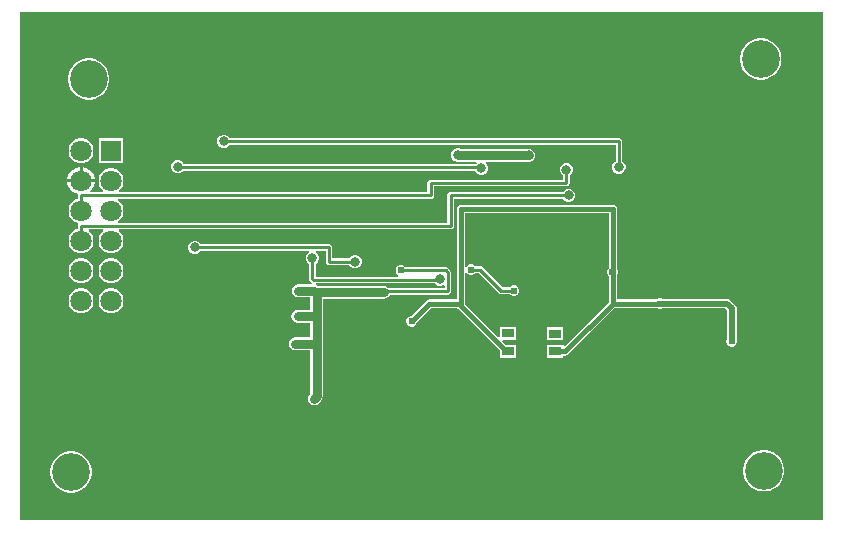
<source format=gbl>
G04*
G04 #@! TF.GenerationSoftware,Altium Limited,Altium Designer,24.5.2 (23)*
G04*
G04 Layer_Physical_Order=2*
G04 Layer_Color=16711680*
%FSLAX25Y25*%
%MOIN*%
G70*
G04*
G04 #@! TF.SameCoordinates,466BDFCD-25A3-4837-BAAA-452BE7E626CC*
G04*
G04*
G04 #@! TF.FilePolarity,Positive*
G04*
G01*
G75*
%ADD12C,0.01000*%
%ADD14C,0.02000*%
%ADD16R,0.07000X0.16000*%
%ADD20R,0.04331X0.03150*%
%ADD48C,0.03200*%
%ADD53C,0.03000*%
%ADD55C,0.01500*%
%ADD56C,0.07087*%
%ADD57R,0.07087X0.07087*%
%ADD58C,0.12598*%
%ADD59C,0.02400*%
%ADD60C,0.02402*%
G36*
X271350Y4437D02*
X3634D01*
Y173728D01*
X271350D01*
Y4437D01*
D02*
G37*
%LPC*%
G36*
X251164Y165076D02*
X249805D01*
X248472Y164811D01*
X247216Y164291D01*
X246086Y163536D01*
X245125Y162575D01*
X244370Y161445D01*
X243850Y160190D01*
X243585Y158857D01*
Y157498D01*
X243850Y156165D01*
X244370Y154909D01*
X245125Y153779D01*
X246086Y152818D01*
X247216Y152063D01*
X248472Y151543D01*
X249805Y151278D01*
X251164D01*
X252497Y151543D01*
X253752Y152063D01*
X254882Y152818D01*
X255843Y153779D01*
X256598Y154909D01*
X257118Y156165D01*
X257383Y157498D01*
Y158857D01*
X257118Y160190D01*
X256598Y161445D01*
X255843Y162575D01*
X254882Y163536D01*
X253752Y164291D01*
X252497Y164811D01*
X251164Y165076D01*
D02*
G37*
G36*
X27148Y158384D02*
X25789D01*
X24456Y158118D01*
X23201Y157598D01*
X22071Y156843D01*
X21110Y155882D01*
X20355Y154752D01*
X19834Y153497D01*
X19569Y152164D01*
Y150805D01*
X19834Y149472D01*
X20355Y148216D01*
X21110Y147086D01*
X22071Y146125D01*
X23201Y145370D01*
X24456Y144850D01*
X25789Y144585D01*
X27148D01*
X28481Y144850D01*
X29737Y145370D01*
X30867Y146125D01*
X31828Y147086D01*
X32583Y148216D01*
X33103Y149472D01*
X33368Y150805D01*
Y152164D01*
X33103Y153497D01*
X32583Y154752D01*
X31828Y155882D01*
X30867Y156843D01*
X29737Y157598D01*
X28481Y158118D01*
X27148Y158384D01*
D02*
G37*
G36*
X38092Y131769D02*
X29805D01*
Y123483D01*
X38092D01*
Y131769D01*
D02*
G37*
G36*
X24494D02*
X23403D01*
X22350Y131487D01*
X21405Y130941D01*
X20633Y130170D01*
X20088Y129225D01*
X19805Y128172D01*
Y127081D01*
X20088Y126027D01*
X20633Y125082D01*
X21405Y124311D01*
X22350Y123765D01*
X23403Y123483D01*
X24494D01*
X25548Y123765D01*
X26493Y124311D01*
X27264Y125082D01*
X27810Y126027D01*
X28092Y127081D01*
Y128172D01*
X27810Y129225D01*
X27264Y130170D01*
X26493Y130941D01*
X25548Y131487D01*
X24494Y131769D01*
D02*
G37*
G36*
X150018Y128424D02*
X149143D01*
X148334Y128089D01*
X147715Y127470D01*
X147380Y126662D01*
Y125786D01*
X147715Y124978D01*
X148334Y124359D01*
X148793Y124169D01*
X148878Y124112D01*
X148978Y124092D01*
X149143Y124024D01*
X149321D01*
X149697Y123949D01*
X155596D01*
X155807Y123475D01*
X155572Y123177D01*
X58232D01*
X58058Y123597D01*
X57439Y124215D01*
X56630Y124550D01*
X55755D01*
X54947Y124215D01*
X54328Y123597D01*
X53993Y122788D01*
Y121913D01*
X54328Y121104D01*
X54947Y120485D01*
X55755Y120150D01*
X56630D01*
X57439Y120485D01*
X57887Y120934D01*
X155335D01*
X155509Y120514D01*
X156128Y119895D01*
X156936Y119560D01*
X157812D01*
X158620Y119895D01*
X159239Y120514D01*
X159574Y121322D01*
Y122197D01*
X159239Y123006D01*
X158796Y123449D01*
X159003Y123949D01*
X172542D01*
X172684Y123891D01*
X173560D01*
X174368Y124225D01*
X174987Y124844D01*
X175322Y125653D01*
Y126528D01*
X174987Y127337D01*
X174368Y127956D01*
X173560Y128291D01*
X172684D01*
X172542Y128232D01*
X150482D01*
X150018Y128424D01*
D02*
G37*
G36*
X71985Y133015D02*
X71110D01*
X70301Y132680D01*
X69682Y132061D01*
X69347Y131253D01*
Y130377D01*
X69682Y129569D01*
X70301Y128950D01*
X71110Y128615D01*
X71985D01*
X72793Y128950D01*
X73412Y129569D01*
X73464Y129693D01*
X202119D01*
Y124070D01*
X201994Y124019D01*
X201375Y123400D01*
X201040Y122591D01*
Y121716D01*
X201375Y120907D01*
X201994Y120289D01*
X202802Y119954D01*
X203678D01*
X204486Y120289D01*
X205105Y120907D01*
X205440Y121716D01*
Y122591D01*
X205105Y123400D01*
X204486Y124019D01*
X204362Y124070D01*
Y130815D01*
X204276Y131244D01*
X204033Y131608D01*
X203669Y131851D01*
X203240Y131937D01*
X73464D01*
X73412Y132061D01*
X72793Y132680D01*
X71985Y133015D01*
D02*
G37*
G36*
X24547Y122169D02*
X24449D01*
Y118126D01*
X28492D01*
Y118224D01*
X28183Y119380D01*
X27584Y120416D01*
X26739Y121262D01*
X25703Y121860D01*
X24547Y122169D01*
D02*
G37*
G36*
X23449D02*
X23351D01*
X22195Y121860D01*
X21159Y121262D01*
X20313Y120416D01*
X19715Y119380D01*
X19406Y118224D01*
Y118126D01*
X23449D01*
Y122169D01*
D02*
G37*
G36*
X186158Y123566D02*
X185283D01*
X184474Y123231D01*
X183855Y122612D01*
X183520Y121804D01*
Y120929D01*
X183855Y120120D01*
X184474Y119501D01*
X184599Y119449D01*
Y117960D01*
X140445D01*
X140016Y117875D01*
X139652Y117632D01*
X139409Y117268D01*
X139323Y116839D01*
Y113826D01*
X36620D01*
X36513Y114225D01*
X36509Y114326D01*
X37264Y115082D01*
X37810Y116027D01*
X38092Y117080D01*
Y118172D01*
X37810Y119225D01*
X37264Y120170D01*
X36493Y120941D01*
X35548Y121487D01*
X34494Y121769D01*
X33403D01*
X32350Y121487D01*
X31405Y120941D01*
X30633Y120170D01*
X30088Y119225D01*
X29805Y118172D01*
Y117080D01*
X30088Y116027D01*
X30633Y115082D01*
X31389Y114326D01*
X31385Y114225D01*
X31278Y113826D01*
X27281D01*
X27074Y114326D01*
X27584Y114836D01*
X28183Y115872D01*
X28492Y117028D01*
Y117126D01*
X19406D01*
Y117028D01*
X19715Y115872D01*
X20313Y114836D01*
X21159Y113990D01*
X22195Y113392D01*
X22885Y113207D01*
X22913Y113134D01*
X22827Y112705D01*
Y111615D01*
X22350Y111487D01*
X21405Y110942D01*
X20633Y110170D01*
X20088Y109225D01*
X19805Y108171D01*
Y107080D01*
X20088Y106027D01*
X20633Y105082D01*
X21405Y104311D01*
X22350Y103765D01*
X22834Y103635D01*
X22848Y103620D01*
X23012Y103070D01*
X22913Y102921D01*
X22827Y102492D01*
Y101615D01*
X22350Y101487D01*
X21405Y100941D01*
X20633Y100170D01*
X20088Y99225D01*
X19805Y98172D01*
Y97080D01*
X20088Y96027D01*
X20633Y95082D01*
X21405Y94310D01*
X22350Y93765D01*
X23403Y93483D01*
X24494D01*
X25548Y93765D01*
X26493Y94310D01*
X27264Y95082D01*
X27810Y96027D01*
X28092Y97080D01*
Y98172D01*
X27810Y99225D01*
X27264Y100170D01*
X26564Y100870D01*
X26665Y101370D01*
X31233D01*
X31333Y100870D01*
X30633Y100170D01*
X30088Y99225D01*
X29805Y98172D01*
Y97080D01*
X30088Y96027D01*
X30633Y95082D01*
X31405Y94310D01*
X32350Y93765D01*
X33403Y93483D01*
X34494D01*
X35548Y93765D01*
X36493Y94310D01*
X37264Y95082D01*
X37810Y96027D01*
X38092Y97080D01*
Y98172D01*
X37810Y99225D01*
X37264Y100170D01*
X36564Y100870D01*
X36665Y101370D01*
X147138D01*
X147567Y101455D01*
X147931Y101699D01*
X148174Y102062D01*
X148259Y102492D01*
Y111583D01*
X184591D01*
X184643Y111459D01*
X185262Y110840D01*
X186070Y110505D01*
X186945D01*
X187754Y110840D01*
X188373Y111459D01*
X188708Y112267D01*
Y113142D01*
X188373Y113951D01*
X187754Y114570D01*
X186945Y114905D01*
X186070D01*
X185262Y114570D01*
X184643Y113951D01*
X184591Y113826D01*
X147138D01*
X146709Y113741D01*
X146345Y113498D01*
X146102Y113134D01*
X146016Y112705D01*
Y103613D01*
X36285D01*
X36151Y104113D01*
X36493Y104311D01*
X37264Y105082D01*
X37810Y106027D01*
X38092Y107080D01*
Y108171D01*
X37810Y109225D01*
X37264Y110170D01*
X36493Y110942D01*
X36247Y111083D01*
X36381Y111583D01*
X140445D01*
X140874Y111669D01*
X141238Y111912D01*
X141481Y112276D01*
X141566Y112705D01*
Y115717D01*
X185721D01*
X186150Y115802D01*
X186513Y116045D01*
X186757Y116409D01*
X186842Y116839D01*
Y119449D01*
X186967Y119501D01*
X187585Y120120D01*
X187920Y120929D01*
Y121804D01*
X187585Y122612D01*
X186967Y123231D01*
X186158Y123566D01*
D02*
G37*
G36*
X62339Y97582D02*
X61464D01*
X60655Y97247D01*
X60036Y96628D01*
X59702Y95819D01*
Y94944D01*
X60036Y94136D01*
X60655Y93517D01*
X61464Y93182D01*
X62339D01*
X63148Y93517D01*
X63767Y94136D01*
X63818Y94260D01*
X99866D01*
X99966Y93760D01*
X99829Y93704D01*
X99210Y93085D01*
X98875Y92276D01*
Y91401D01*
X99210Y90592D01*
X99829Y89973D01*
X99953Y89922D01*
Y85024D01*
X99953Y85024D01*
X100039Y84595D01*
X100282Y84231D01*
X100750Y83762D01*
X100750Y83762D01*
X100914Y83653D01*
X100762Y83153D01*
X96350D01*
X95531Y82990D01*
X94836Y82526D01*
X94372Y81831D01*
X94209Y81012D01*
X94372Y80192D01*
X94836Y79498D01*
X95531Y79034D01*
X96350Y78871D01*
X100312D01*
Y74546D01*
X96153D01*
X95334Y74383D01*
X94639Y73918D01*
X94175Y73224D01*
X94012Y72404D01*
X94175Y71585D01*
X94639Y70890D01*
X95334Y70426D01*
X96153Y70263D01*
X100312D01*
Y65436D01*
X95366D01*
X94547Y65273D01*
X93852Y64809D01*
X93388Y64115D01*
X93225Y63295D01*
X93388Y62476D01*
X93852Y61781D01*
X94547Y61317D01*
X95366Y61154D01*
X100312D01*
Y46663D01*
X100151Y46502D01*
X99687Y45808D01*
X99524Y44988D01*
X99687Y44169D01*
X100151Y43474D01*
X100846Y43010D01*
X101665Y42847D01*
X102485Y43010D01*
X103179Y43474D01*
X103967Y44262D01*
X104431Y44956D01*
X104594Y45776D01*
Y63098D01*
Y72350D01*
Y78280D01*
X124894D01*
X125713Y78443D01*
X126408Y78907D01*
X126872Y79602D01*
X126890Y79693D01*
X146153D01*
X146153Y79693D01*
X146583Y79779D01*
X146947Y80022D01*
X147088Y80163D01*
X147088Y80163D01*
X147331Y80527D01*
X147416Y80956D01*
Y86898D01*
X147331Y87327D01*
X147088Y87691D01*
X147088Y87691D01*
X146281Y88498D01*
X145917Y88741D01*
X145488Y88826D01*
X145488Y88826D01*
X132026D01*
X131622Y89231D01*
X130960Y89505D01*
X130244D01*
X129583Y89231D01*
X129076Y88724D01*
X128802Y88063D01*
Y87347D01*
X129076Y86685D01*
X129583Y86179D01*
X129588Y86177D01*
X129488Y85677D01*
X102196D01*
Y89922D01*
X102321Y89973D01*
X102940Y90592D01*
X103275Y91401D01*
Y92276D01*
X102940Y93085D01*
X102321Y93704D01*
X102184Y93760D01*
X102284Y94260D01*
X105465D01*
Y90658D01*
X105550Y90228D01*
X105794Y89864D01*
X106157Y89621D01*
X106587Y89536D01*
X113331D01*
X113383Y89411D01*
X114002Y88792D01*
X114810Y88458D01*
X115686D01*
X116494Y88792D01*
X117113Y89411D01*
X117448Y90220D01*
Y91095D01*
X117113Y91904D01*
X116494Y92523D01*
X115686Y92857D01*
X114810D01*
X114002Y92523D01*
X113383Y91904D01*
X113331Y91779D01*
X107708D01*
Y95382D01*
X107623Y95811D01*
X107380Y96175D01*
X107016Y96418D01*
X106587Y96503D01*
X63818D01*
X63767Y96628D01*
X63148Y97247D01*
X62339Y97582D01*
D02*
G37*
G36*
X34494Y91769D02*
X33403D01*
X32350Y91487D01*
X31405Y90941D01*
X30633Y90170D01*
X30088Y89225D01*
X29805Y88171D01*
Y87081D01*
X30088Y86027D01*
X30633Y85082D01*
X31405Y84311D01*
X32350Y83765D01*
X33403Y83483D01*
X34494D01*
X35548Y83765D01*
X36493Y84311D01*
X37264Y85082D01*
X37810Y86027D01*
X38092Y87081D01*
Y88171D01*
X37810Y89225D01*
X37264Y90170D01*
X36493Y90941D01*
X35548Y91487D01*
X34494Y91769D01*
D02*
G37*
G36*
X24494D02*
X23403D01*
X22350Y91487D01*
X21405Y90941D01*
X20633Y90170D01*
X20088Y89225D01*
X19805Y88171D01*
Y87081D01*
X20088Y86027D01*
X20633Y85082D01*
X21405Y84311D01*
X22350Y83765D01*
X23403Y83483D01*
X24494D01*
X25548Y83765D01*
X26493Y84311D01*
X27264Y85082D01*
X27810Y86027D01*
X28092Y87081D01*
Y88171D01*
X27810Y89225D01*
X27264Y90170D01*
X26493Y90941D01*
X25548Y91487D01*
X24494Y91769D01*
D02*
G37*
G36*
X34494Y81769D02*
X33403D01*
X32350Y81487D01*
X31405Y80941D01*
X30633Y80170D01*
X30088Y79225D01*
X29805Y78171D01*
Y77081D01*
X30088Y76027D01*
X30633Y75082D01*
X31405Y74310D01*
X32350Y73765D01*
X33403Y73483D01*
X34494D01*
X35548Y73765D01*
X36493Y74310D01*
X37264Y75082D01*
X37810Y76027D01*
X38092Y77081D01*
Y78171D01*
X37810Y79225D01*
X37264Y80170D01*
X36493Y80941D01*
X35548Y81487D01*
X34494Y81769D01*
D02*
G37*
G36*
X24494D02*
X23403D01*
X22350Y81487D01*
X21405Y80941D01*
X20633Y80170D01*
X20088Y79225D01*
X19805Y78171D01*
Y77081D01*
X20088Y76027D01*
X20633Y75082D01*
X21405Y74310D01*
X22350Y73765D01*
X23403Y73483D01*
X24494D01*
X25548Y73765D01*
X26493Y74310D01*
X27264Y75082D01*
X27810Y76027D01*
X28092Y77081D01*
Y78171D01*
X27810Y79225D01*
X27264Y80170D01*
X26493Y80941D01*
X25548Y81487D01*
X24494Y81769D01*
D02*
G37*
G36*
X184746Y68817D02*
X179215D01*
Y64467D01*
X184746D01*
Y68817D01*
D02*
G37*
G36*
X201272Y109554D02*
X150484D01*
X149958Y109449D01*
X149511Y109151D01*
X149213Y108704D01*
X149108Y108177D01*
Y78058D01*
X140051D01*
X139524Y77953D01*
X139078Y77654D01*
X133999Y72576D01*
X133788D01*
X133126Y72302D01*
X132620Y71795D01*
X132346Y71134D01*
Y70418D01*
X132620Y69756D01*
X133126Y69250D01*
X133788Y68976D01*
X134504D01*
X135165Y69250D01*
X135672Y69756D01*
X135946Y70418D01*
Y70629D01*
X140621Y75305D01*
X149323D01*
X149511Y75023D01*
X163463Y61071D01*
Y58668D01*
X168994D01*
Y63017D01*
X165410D01*
X164316Y64111D01*
X164507Y64573D01*
X168994D01*
Y68923D01*
X163463D01*
Y65617D01*
X163001Y65426D01*
X151861Y76566D01*
Y87155D01*
X152361Y87254D01*
X152474Y86980D01*
X152980Y86474D01*
X153642Y86200D01*
X154358D01*
X155020Y86474D01*
X155424Y86878D01*
X156535D01*
X163225Y80189D01*
X163225Y80188D01*
X163589Y79945D01*
X164018Y79860D01*
X164019Y79860D01*
X166777D01*
X167181Y79456D01*
X167843Y79181D01*
X168559D01*
X169220Y79456D01*
X169727Y79962D01*
X170001Y80624D01*
Y81340D01*
X169727Y82001D01*
X169220Y82507D01*
X168559Y82781D01*
X167843D01*
X167181Y82507D01*
X166777Y82103D01*
X164483D01*
X157793Y88793D01*
X157429Y89036D01*
X157000Y89122D01*
X157000Y89122D01*
X155424D01*
X155020Y89526D01*
X154358Y89800D01*
X153642D01*
X152980Y89526D01*
X152474Y89020D01*
X152361Y88746D01*
X151861Y88845D01*
Y106801D01*
X199895D01*
Y88672D01*
X199549Y88326D01*
X199275Y87664D01*
Y86948D01*
X199549Y86286D01*
X199895Y85940D01*
Y77251D01*
X185246Y62602D01*
X184746Y62809D01*
Y62911D01*
X179215D01*
Y58561D01*
X184746D01*
Y59360D01*
X185327D01*
X185854Y59465D01*
X186300Y59763D01*
X201842Y75305D01*
X215851D01*
X216000Y75155D01*
X216662Y74881D01*
X217378D01*
X217785Y75050D01*
X238588D01*
X239207Y74431D01*
Y64848D01*
X239039Y64441D01*
Y63725D01*
X239313Y63063D01*
X239819Y62557D01*
X240480Y62283D01*
X241197D01*
X241858Y62557D01*
X242365Y63063D01*
X242639Y63725D01*
Y64441D01*
X242470Y64848D01*
Y75106D01*
X242346Y75731D01*
X241992Y76260D01*
X240417Y77835D01*
X239888Y78188D01*
X239264Y78312D01*
X217785D01*
X217378Y78481D01*
X216662D01*
X216000Y78207D01*
X215851Y78058D01*
X202648D01*
Y86401D01*
X202875Y86948D01*
Y87664D01*
X202648Y88212D01*
Y108177D01*
X202543Y108704D01*
X202245Y109151D01*
X201798Y109449D01*
X201272Y109554D01*
D02*
G37*
G36*
X252148Y27872D02*
X250789D01*
X249456Y27606D01*
X248200Y27086D01*
X247071Y26331D01*
X246110Y25370D01*
X245355Y24240D01*
X244834Y22985D01*
X244569Y21652D01*
Y20293D01*
X244834Y18960D01*
X245355Y17704D01*
X246110Y16574D01*
X247071Y15613D01*
X248200Y14858D01*
X249456Y14338D01*
X250789Y14073D01*
X252148D01*
X253481Y14338D01*
X254736Y14858D01*
X255867Y15613D01*
X256827Y16574D01*
X257582Y17704D01*
X258103Y18960D01*
X258368Y20293D01*
Y21652D01*
X258103Y22985D01*
X257582Y24240D01*
X256827Y25370D01*
X255867Y26331D01*
X254736Y27086D01*
X253481Y27606D01*
X252148Y27872D01*
D02*
G37*
G36*
X21242Y27478D02*
X19884D01*
X18551Y27213D01*
X17295Y26693D01*
X16165Y25938D01*
X15204Y24977D01*
X14449Y23847D01*
X13929Y22591D01*
X13664Y21258D01*
Y19899D01*
X13929Y18566D01*
X14449Y17311D01*
X15204Y16181D01*
X16165Y15220D01*
X17295Y14465D01*
X18551Y13945D01*
X19884Y13679D01*
X21242D01*
X22575Y13945D01*
X23831Y14465D01*
X24961Y15220D01*
X25922Y16181D01*
X26677Y17311D01*
X27197Y18566D01*
X27462Y19899D01*
Y21258D01*
X27197Y22591D01*
X26677Y23847D01*
X25922Y24977D01*
X24961Y25938D01*
X23831Y26693D01*
X22575Y27213D01*
X21242Y27478D01*
D02*
G37*
%LPD*%
G36*
X142348Y82887D02*
X143157Y82552D01*
X144032D01*
X144673Y82817D01*
X145173Y82566D01*
Y81937D01*
X126406D01*
X125713Y82399D01*
X124894Y82562D01*
X102858D01*
X102302Y82934D01*
X102344Y83323D01*
X102385Y83434D01*
X141802D01*
X142348Y82887D01*
D02*
G37*
D12*
X157000Y88000D02*
X164018Y80981D01*
X154000Y88000D02*
X157000D01*
X164018Y80981D02*
X168201D01*
X157079Y122055D02*
X157374Y121760D01*
X56488Y122055D02*
X157079D01*
X56193Y122350D02*
X56488Y122055D01*
X23949Y97626D02*
Y102492D01*
X147138D01*
X23949Y107626D02*
Y112705D01*
X186508D02*
Y112783D01*
X147138Y102492D02*
Y112705D01*
X186508D01*
X23949D02*
X140445D01*
Y116839D01*
X185721D01*
Y121366D01*
X203240Y122153D02*
Y130815D01*
X71547D02*
X203240D01*
X61902Y95382D02*
X106587D01*
X61902D02*
Y95579D01*
X106587Y90658D02*
X115248D01*
X106587D02*
Y95382D01*
X130602Y87705D02*
X145488D01*
X101075Y85024D02*
X101543Y84555D01*
X101075Y85024D02*
Y91839D01*
X145488Y87705D02*
X146294Y86898D01*
X101543Y84555D02*
X143398D01*
X143595Y84752D01*
X146153Y80815D02*
X146294Y80956D01*
X125287Y80815D02*
X146153D01*
X146294Y80956D02*
Y86898D01*
X124894Y80421D02*
X125287Y80815D01*
D14*
X217020Y76681D02*
X239264D01*
X240839Y75106D01*
Y64083D02*
Y75106D01*
D16*
X187728Y13295D02*
D03*
X207728D02*
D03*
X159984Y13098D02*
D03*
X139984D02*
D03*
D20*
X181980Y60736D02*
D03*
Y66642D02*
D03*
X166228Y66748D02*
D03*
Y60843D02*
D03*
D48*
X61902Y95382D02*
D03*
X173122Y126091D02*
D03*
X149580Y126224D02*
D03*
X101075Y91839D02*
D03*
X186508Y112705D02*
D03*
X157374Y121760D02*
D03*
X56193Y122350D02*
D03*
X185721Y121366D02*
D03*
X203240Y122153D02*
D03*
X71547Y130815D02*
D03*
X115248Y90658D02*
D03*
X143595Y84752D02*
D03*
D53*
X149697Y126091D02*
X173122D01*
X96153Y72404D02*
X102399D01*
X102453Y72350D01*
X102256Y63295D02*
X102453Y63098D01*
X95366Y63295D02*
X102256D01*
X102453Y63098D02*
Y72350D01*
X96350Y81012D02*
X101398D01*
X102453Y72350D02*
Y79957D01*
X101398Y81012D02*
X101989Y80421D01*
X124894D01*
X101989D02*
X102453Y79957D01*
X101665Y44988D02*
X102453Y45776D01*
Y63098D01*
D55*
X134146Y70776D02*
X140051Y76681D01*
X150484Y108177D02*
X201272D01*
X150484Y76681D02*
Y108177D01*
X140051Y76681D02*
X150484D01*
Y75996D02*
Y76681D01*
Y75996D02*
X165638Y60843D01*
X166228D01*
X201272Y87306D02*
Y108177D01*
Y76681D02*
Y87306D01*
Y76681D02*
X217020D01*
X181980Y60736D02*
X185327D01*
X201272Y76681D01*
D56*
X23949Y77626D02*
D03*
X33949D02*
D03*
X23949Y127626D02*
D03*
Y117626D02*
D03*
Y107626D02*
D03*
Y97626D02*
D03*
Y87626D02*
D03*
X33949Y117626D02*
D03*
Y107626D02*
D03*
Y97626D02*
D03*
Y87626D02*
D03*
D57*
Y127626D02*
D03*
D58*
X251468Y20972D02*
D03*
X20563Y20579D02*
D03*
X26469Y151484D02*
D03*
X250484Y158177D02*
D03*
D59*
X194228Y38295D02*
D03*
X154484Y68098D02*
D03*
X154984Y62598D02*
D03*
Y57598D02*
D03*
X153984Y27598D02*
D03*
X153484Y42098D02*
D03*
Y52098D02*
D03*
Y37098D02*
D03*
Y47098D02*
D03*
Y32098D02*
D03*
X154984Y23098D02*
D03*
Y18098D02*
D03*
X143484Y32598D02*
D03*
X144984Y23098D02*
D03*
X145984Y27598D02*
D03*
X164000Y86000D02*
D03*
X158500Y81000D02*
D03*
X153500Y79500D02*
D03*
X158000Y73500D02*
D03*
X163000Y74500D02*
D03*
X168000Y75000D02*
D03*
X154000Y88000D02*
D03*
X181980Y66642D02*
D03*
X217020Y76681D02*
D03*
X126228Y157795D02*
D03*
X126728Y142295D02*
D03*
X130602Y87705D02*
D03*
X96350Y81012D02*
D03*
X96153Y72404D02*
D03*
X95366Y63295D02*
D03*
X101665Y44988D02*
D03*
X201075Y87306D02*
D03*
X240839Y64083D02*
D03*
X168201Y80981D02*
D03*
X134146Y70776D02*
D03*
X5602Y6406D02*
D03*
X10602D02*
D03*
X15602D02*
D03*
X20602D02*
D03*
X25602D02*
D03*
X30602D02*
D03*
X35602D02*
D03*
X40602D02*
D03*
X50602D02*
D03*
X45602D02*
D03*
X55602D02*
D03*
X60602D02*
D03*
X65602D02*
D03*
X70602D02*
D03*
X75602D02*
D03*
X80602D02*
D03*
X85602D02*
D03*
X90602D02*
D03*
X95602D02*
D03*
X100602D02*
D03*
X105602D02*
D03*
X110602D02*
D03*
X115602D02*
D03*
X120602D02*
D03*
X125602D02*
D03*
X130602D02*
D03*
X170602D02*
D03*
X175602D02*
D03*
X215602D02*
D03*
X220602D02*
D03*
X225602D02*
D03*
X230602D02*
D03*
X235602D02*
D03*
X240602D02*
D03*
X245602D02*
D03*
X250602D02*
D03*
X255602D02*
D03*
X260602D02*
D03*
X265602D02*
D03*
X5602Y11406D02*
D03*
Y16406D02*
D03*
Y21406D02*
D03*
Y26406D02*
D03*
Y31405D02*
D03*
Y36406D02*
D03*
Y41405D02*
D03*
Y46406D02*
D03*
Y51406D02*
D03*
Y56406D02*
D03*
Y61405D02*
D03*
Y66405D02*
D03*
Y71406D02*
D03*
Y76406D02*
D03*
Y81406D02*
D03*
Y86405D02*
D03*
Y91405D02*
D03*
Y96406D02*
D03*
Y101406D02*
D03*
Y106405D02*
D03*
Y111406D02*
D03*
Y116405D02*
D03*
Y121405D02*
D03*
Y126406D02*
D03*
Y131405D02*
D03*
Y136406D02*
D03*
Y141405D02*
D03*
Y146405D02*
D03*
Y151406D02*
D03*
Y156405D02*
D03*
Y161406D02*
D03*
Y166405D02*
D03*
Y171405D02*
D03*
X10602D02*
D03*
X15602D02*
D03*
X20602D02*
D03*
X25602D02*
D03*
X30602D02*
D03*
X35602D02*
D03*
X45602D02*
D03*
X40602D02*
D03*
X50602D02*
D03*
X55602D02*
D03*
X60602D02*
D03*
X65602D02*
D03*
X70602D02*
D03*
X75602D02*
D03*
X80602D02*
D03*
X85602D02*
D03*
X90602D02*
D03*
X95602D02*
D03*
X100602D02*
D03*
X105602D02*
D03*
X110602D02*
D03*
X120602D02*
D03*
X115602D02*
D03*
X125602D02*
D03*
X130602D02*
D03*
X135602D02*
D03*
X140602D02*
D03*
X150602D02*
D03*
X145602D02*
D03*
X155602D02*
D03*
X160602D02*
D03*
X165602D02*
D03*
X175602D02*
D03*
X170602D02*
D03*
X180602D02*
D03*
X185602D02*
D03*
X195602D02*
D03*
X190602D02*
D03*
X200602D02*
D03*
X205602D02*
D03*
X210602D02*
D03*
X215602D02*
D03*
X220602D02*
D03*
X225602D02*
D03*
X230602D02*
D03*
X235602D02*
D03*
X240602D02*
D03*
X245602D02*
D03*
X250602D02*
D03*
X255602D02*
D03*
X260602D02*
D03*
X265602D02*
D03*
X135602Y6406D02*
D03*
X140602D02*
D03*
X160602D02*
D03*
X185602D02*
D03*
X180602D02*
D03*
X210602D02*
D03*
X265602Y166405D02*
D03*
Y161406D02*
D03*
Y156405D02*
D03*
Y151406D02*
D03*
Y146405D02*
D03*
Y141405D02*
D03*
Y136406D02*
D03*
Y131405D02*
D03*
Y126406D02*
D03*
Y121405D02*
D03*
Y116405D02*
D03*
Y111406D02*
D03*
Y101406D02*
D03*
Y106405D02*
D03*
Y96406D02*
D03*
Y91405D02*
D03*
Y86405D02*
D03*
Y81406D02*
D03*
Y76406D02*
D03*
Y71406D02*
D03*
Y66405D02*
D03*
Y61405D02*
D03*
Y56406D02*
D03*
Y51406D02*
D03*
Y46406D02*
D03*
Y41405D02*
D03*
Y36406D02*
D03*
Y31405D02*
D03*
Y26406D02*
D03*
Y21406D02*
D03*
Y16406D02*
D03*
Y11406D02*
D03*
X144984Y13098D02*
D03*
Y18098D02*
D03*
X143484Y47598D02*
D03*
Y37598D02*
D03*
Y52598D02*
D03*
X144984Y57598D02*
D03*
Y8098D02*
D03*
X165181Y6598D02*
D03*
X143484Y42598D02*
D03*
X144984Y62598D02*
D03*
X154984Y8098D02*
D03*
Y13098D02*
D03*
X191728Y13295D02*
D03*
Y18295D02*
D03*
Y23295D02*
D03*
X193728Y28295D02*
D03*
X194228Y33295D02*
D03*
X192532Y48295D02*
D03*
X192728Y53295D02*
D03*
X194228Y58295D02*
D03*
X191728Y8295D02*
D03*
X193728Y43295D02*
D03*
X201228Y63295D02*
D03*
X201728Y43295D02*
D03*
X203728Y8295D02*
D03*
X201228Y58295D02*
D03*
X202728Y53295D02*
D03*
X201228Y38295D02*
D03*
X202728Y48295D02*
D03*
X201228Y33295D02*
D03*
X201728Y28295D02*
D03*
X203728Y23295D02*
D03*
Y18295D02*
D03*
Y13295D02*
D03*
X166232Y66642D02*
D03*
X194228Y63295D02*
D03*
X196728Y77795D02*
D03*
X192728Y80295D02*
D03*
X187500Y81500D02*
D03*
X182500D02*
D03*
X178728Y75295D02*
D03*
X183728Y74795D02*
D03*
X188000Y74000D02*
D03*
X192000Y72000D02*
D03*
X227728Y144295D02*
D03*
Y134795D02*
D03*
Y125795D02*
D03*
Y115295D02*
D03*
Y105795D02*
D03*
Y94795D02*
D03*
X75228Y127795D02*
D03*
X72728Y91295D02*
D03*
Y80795D02*
D03*
Y72295D02*
D03*
Y63295D02*
D03*
X105728Y25795D02*
D03*
X43728Y15795D02*
D03*
X183728Y159295D02*
D03*
Y149795D02*
D03*
X174106Y69555D02*
D03*
Y64555D02*
D03*
Y59555D02*
D03*
Y54555D02*
D03*
Y49555D02*
D03*
Y44555D02*
D03*
Y39555D02*
D03*
Y34555D02*
D03*
Y29555D02*
D03*
Y24555D02*
D03*
Y19555D02*
D03*
Y14555D02*
D03*
Y9555D02*
D03*
X167106Y98555D02*
D03*
X177106Y94055D02*
D03*
X172106Y98555D02*
D03*
X177106D02*
D03*
Y89555D02*
D03*
X172106D02*
D03*
X167106D02*
D03*
X172106Y94055D02*
D03*
X167106D02*
D03*
X219579Y54043D02*
D03*
Y44201D02*
D03*
Y34161D02*
D03*
X260917Y64083D02*
D03*
Y53059D02*
D03*
Y43807D02*
D03*
D60*
X219579Y63886D02*
D03*
M02*

</source>
